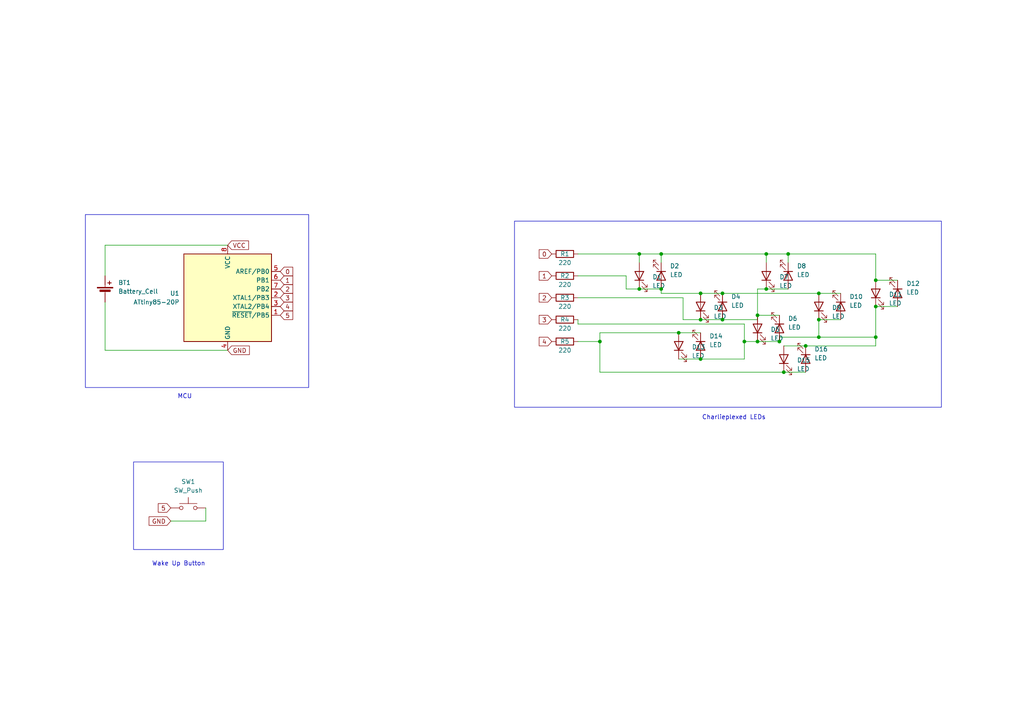
<source format=kicad_sch>
(kicad_sch (version 20231120) (generator "eeschema") (generator_version "8.0")
  (paper "A4")
  (lib_symbols
    (symbol "Device:Battery_Cell" (pin_numbers hide) (pin_names (offset 0) hide)
      (property "Reference" "BT" (at 2.54 2.54 0))
      (property "Value" "Battery_Cell" (at 2.54 0 0))
      (symbol "Battery_Cell_0_1"
        (rectangle (start -2.286 1.778) (end 2.286 1.524) (fill (type outline)))
        (rectangle (start -1.524 1.016) (end 1.524 0.508) (fill (type outline)))
        (polyline (pts (xy 0 0.762) (xy 0 0)))
        (polyline (pts (xy 0 1.778) (xy 0 2.54)))
        (polyline (pts (xy 0.762 3.048) (xy 1.778 3.048)) (stroke (width 0.254)))
        (polyline (pts (xy 1.27 3.556) (xy 1.27 2.54)) (stroke (width 0.254)))
      )
      (symbol "Battery_Cell_1_1"
        (pin passive line (at 0 5.08 270) (length 2.54) (name "+") (number "1"))
        (pin passive line (at 0 -2.54 90) (length 2.54) (name "-") (number "2"))
      )
    )
    (symbol "Device:LED" (pin_numbers hide) (pin_names (offset 1.016) hide)
      (property "Reference" "D" (at 0 2.54 0))
      (property "Value" "LED" (at 0 -2.54 0))
      (symbol "LED_0_1"
        (polyline (pts (xy -1.27 -1.27) (xy -1.27 1.27)) (stroke (width 0.254)))
        (polyline (pts (xy -1.27 0) (xy 1.27 0)))
        (polyline (pts (xy 1.27 -1.27) (xy 1.27 1.27) (xy -1.27 0) (xy 1.27 -1.27)) (stroke (width 0.254)))
        (polyline (pts (xy -3.048 -0.762) (xy -4.572 -2.286) (xy -3.81 -2.286) (xy -4.572 -2.286) (xy -4.572 -1.524)))
        (polyline (pts (xy -1.778 -0.762) (xy -3.302 -2.286) (xy -2.54 -2.286) (xy -3.302 -2.286) (xy -3.302 -1.524)))
      )
      (symbol "LED_1_1"
        (pin passive line (at -3.81 0 0) (length 2.54) (name "K") (number "1"))
        (pin passive line (at 3.81 0 180) (length 2.54) (name "A") (number "2"))
      )
    )
    (symbol "Device:R" (pin_numbers hide) (pin_names (offset 0))
      (property "Reference" "R" (at 2.032 0 90))
      (property "Value" "R" (at 0 0 90))
      (symbol "R_0_1"
        (rectangle (start -1.016 -2.54) (end 1.016 2.54) (stroke (width 0.254)))
      )
      (symbol "R_1_1"
        (pin passive line (at 0 3.81 270) (length 1.27) (name "~") (number "1"))
        (pin passive line (at 0 -3.81 90) (length 1.27) (name "~") (number "2"))
      )
    )
    (symbol "MCU_Microchip_ATtiny:ATtiny85-20P"
      (property "Reference" "U" (at -12.7 13.97 0))
      (property "Value" "ATtiny85-20P" (at 2.54 -13.97 0))
      (symbol "ATtiny85-20P_0_1"
        (rectangle (start -12.7 -12.7) (end 12.7 12.7) (stroke (width 0.254)) (fill (type background)))
      )
      (symbol "ATtiny85-20P_1_1"
        (pin bidirectional line (at 15.24 -5.08 180) (length 2.54) (name "~{RESET}/PB5") (number "1"))
        (pin bidirectional line (at 15.24 0 180) (length 2.54) (name "XTAL1/PB3") (number "2"))
        (pin bidirectional line (at 15.24 -2.54 180) (length 2.54) (name "XTAL2/PB4") (number "3"))
        (pin power_in line (at 0 -15.24 90) (length 2.54) (name "GND") (number "4"))
        (pin bidirectional line (at 15.24 7.62 180) (length 2.54) (name "AREF/PB0") (number "5"))
        (pin bidirectional line (at 15.24 5.08 180) (length 2.54) (name "PB1") (number "6"))
        (pin bidirectional line (at 15.24 2.54 180) (length 2.54) (name "PB2") (number "7"))
        (pin power_in line (at 0 15.24 270) (length 2.54) (name "VCC") (number "8"))
      )
    )
    (symbol "Switch:SW_Push" (pin_numbers hide) (pin_names (offset 1.016) hide)
      (property "Reference" "SW" (at 1.27 2.54 0))
      (property "Value" "SW_Push" (at 0 -1.524 0))
      (symbol "SW_Push_0_1"
        (circle (center -2.032 0) (radius 0.508))
        (polyline (pts (xy 0 1.27) (xy 0 3.048)))
        (polyline (pts (xy 2.54 1.27) (xy -2.54 1.27)))
        (circle (center 2.032 0) (radius 0.508))
        (pin passive line (at -5.08 0 0) (length 2.54) (name "1") (number "1"))
        (pin passive line (at 5.08 0 180) (length 2.54) (name "2") (number "2"))
      )
    )
  )
  (junction (at 227.33 107.95))
  (junction (at 254 81.28))
  (junction (at 254 97.79))
  (junction (at 237.49 92.71))
  (junction (at 237.49 97.79))
  (junction (at 209.55 85.09))
  (junction (at 222.25 83.82))
  (junction (at 254 88.9))
  (junction (at 203.2 85.09))
  (junction (at 233.68 100.33))
  (junction (at 185.42 73.66))
  (junction (at 222.25 73.66))
  (junction (at 191.77 83.82))
  (junction (at 185.42 83.82))
  (junction (at 196.85 96.52))
  (junction (at 203.2 92.71))
  (junction (at 219.71 99.06))
  (junction (at 203.2 104.14))
  (junction (at 228.6 73.66))
  (junction (at 191.77 73.66))
  (junction (at 173.99 99.06))
  (junction (at 215.9 99.06))
  (junction (at 237.49 85.09))
  (junction (at 219.71 91.44))
  (junction (at 209.55 92.71))
  (junction (at 226.06 99.06))
  (wire (pts (xy 30.48 87.63) (xy 30.48 101.6)))
  (wire (pts (xy 233.68 100.33) (xy 227.33 100.33)))
  (wire (pts (xy 198.12 86.36) (xy 198.12 92.71)))
  (wire (pts (xy 219.71 92.71) (xy 219.71 91.44)))
  (wire (pts (xy 222.25 73.66) (xy 222.25 76.2)))
  (wire (pts (xy 226.06 97.79) (xy 237.49 97.79)))
  (wire (pts (xy 237.49 85.09) (xy 243.84 85.09)))
  (wire (pts (xy 185.42 73.66) (xy 185.42 76.2)))
  (wire (pts (xy 167.64 86.36) (xy 198.12 86.36)))
  (wire (pts (xy 167.64 99.06) (xy 173.99 99.06)))
  (wire (pts (xy 227.33 107.95) (xy 233.68 107.95)))
  (wire (pts (xy 237.49 92.71) (xy 243.84 92.71)))
  (wire (pts (xy 254 97.79) (xy 254 88.9)))
  (wire (pts (xy 215.9 99.06) (xy 219.71 99.06)))
  (wire (pts (xy 219.71 99.06) (xy 226.06 99.06)))
  (wire (pts (xy 173.99 107.95) (xy 227.33 107.95)))
  (wire (pts (xy 237.49 97.79) (xy 254 97.79)))
  (wire (pts (xy 167.64 80.01) (xy 181.61 80.01)))
  (wire (pts (xy 203.2 85.09) (xy 209.55 85.09)))
  (wire (pts (xy 30.48 101.6) (xy 66.04 101.6)))
  (wire (pts (xy 209.55 85.09) (xy 237.49 85.09)))
  (wire (pts (xy 219.71 91.44) (xy 226.06 91.44)))
  (wire (pts (xy 254 73.66) (xy 254 81.28)))
  (wire (pts (xy 209.55 92.71) (xy 219.71 92.71)))
  (wire (pts (xy 173.99 96.52) (xy 173.99 99.06)))
  (wire (pts (xy 167.64 93.98) (xy 215.9 93.98)))
  (wire (pts (xy 167.64 73.66) (xy 185.42 73.66)))
  (wire (pts (xy 215.9 93.98) (xy 215.9 99.06)))
  (wire (pts (xy 196.85 96.52) (xy 203.2 96.52)))
  (wire (pts (xy 203.2 92.71) (xy 209.55 92.71)))
  (wire (pts (xy 237.49 97.79) (xy 237.49 92.71)))
  (wire (pts (xy 191.77 85.09) (xy 203.2 85.09)))
  (wire (pts (xy 228.6 73.66) (xy 254 73.66)))
  (wire (pts (xy 254 97.79) (xy 254 100.33)))
  (wire (pts (xy 181.61 80.01) (xy 181.61 83.82)))
  (wire (pts (xy 254 88.9) (xy 260.35 88.9)))
  (wire (pts (xy 254 100.33) (xy 233.68 100.33)))
  (wire (pts (xy 49.53 151.13) (xy 59.69 151.13)))
  (wire (pts (xy 222.25 73.66) (xy 228.6 73.66)))
  (wire (pts (xy 30.48 71.12) (xy 66.04 71.12)))
  (wire (pts (xy 191.77 85.09) (xy 191.77 83.82)))
  (wire (pts (xy 191.77 73.66) (xy 222.25 73.66)))
  (wire (pts (xy 185.42 83.82) (xy 191.77 83.82)))
  (wire (pts (xy 173.99 96.52) (xy 196.85 96.52)))
  (wire (pts (xy 191.77 73.66) (xy 191.77 76.2)))
  (wire (pts (xy 254 81.28) (xy 260.35 81.28)))
  (wire (pts (xy 196.85 104.14) (xy 203.2 104.14)))
  (wire (pts (xy 59.69 151.13) (xy 59.69 147.32)))
  (wire (pts (xy 203.2 104.14) (xy 215.9 104.14)))
  (wire (pts (xy 226.06 99.06) (xy 226.06 97.79)))
  (wire (pts (xy 219.71 83.82) (xy 222.25 83.82)))
  (wire (pts (xy 219.71 91.44) (xy 219.71 83.82)))
  (wire (pts (xy 215.9 104.14) (xy 215.9 99.06)))
  (wire (pts (xy 185.42 73.66) (xy 191.77 73.66)))
  (wire (pts (xy 173.99 99.06) (xy 173.99 107.95)))
  (wire (pts (xy 167.64 93.98) (xy 167.64 92.71)))
  (wire (pts (xy 30.48 80.01) (xy 30.48 71.12)))
  (wire (pts (xy 228.6 73.66) (xy 228.6 76.2)))
  (wire (pts (xy 198.12 92.71) (xy 203.2 92.71)))
  (wire (pts (xy 222.25 83.82) (xy 228.6 83.82)))
  (wire (pts (xy 181.61 83.82) (xy 185.42 83.82)))
  (rectangle (start 38.735 133.985) (end 64.77 159.385))
  (rectangle (start 149.225 64.135) (end 273.05 118.11))
  (rectangle (start 24.765 62.23) (end 89.535 112.395))
  (text "Wake Up Button\n" (at 51.816 163.576 0) (effects (font (size 1.27 1.27))))
  (text "MCU" (at 53.594 115.062 0) (effects (font (size 1.27 1.27))))
  (text "Charlieplexed LEDs\n" (at 212.852 121.158 0) (effects (font (size 1.27 1.27))))
  (global_label "3" (shape input) (at 160.02 92.71 180) (property "Intersheetrefs" "${INTERSHEET_REFS}" (effects (hide yes))))
  (global_label "5" (shape input) (at 81.28 91.44 0) (property "Intersheetrefs" "${INTERSHEET_REFS}" (effects (hide yes))))
  (global_label "3" (shape input) (at 81.28 86.36 0) (property "Intersheetrefs" "${INTERSHEET_REFS}" (effects (hide yes))))
  (global_label "2" (shape input) (at 160.02 86.36 180) (property "Intersheetrefs" "${INTERSHEET_REFS}" (effects (hide yes))))
  (global_label "VCC" (shape input) (at 66.04 71.12 0) (property "Intersheetrefs" "${INTERSHEET_REFS}" (effects (hide yes))))
  (global_label "GND" (shape input) (at 49.53 151.13 180) (property "Intersheetrefs" "${INTERSHEET_REFS}" (effects (hide yes))))
  (global_label "4" (shape input) (at 81.28 88.9 0) (property "Intersheetrefs" "${INTERSHEET_REFS}" (effects (hide yes))))
  (global_label "1" (shape input) (at 160.02 80.01 180) (property "Intersheetrefs" "${INTERSHEET_REFS}" (effects (hide yes))))
  (global_label "1" (shape input) (at 81.28 81.28 0) (property "Intersheetrefs" "${INTERSHEET_REFS}" (effects (hide yes))))
  (global_label "2" (shape input) (at 81.28 83.82 0) (property "Intersheetrefs" "${INTERSHEET_REFS}" (effects (hide yes))))
  (global_label "5" (shape input) (at 49.53 147.32 180) (property "Intersheetrefs" "${INTERSHEET_REFS}" (effects (hide yes))))
  (global_label "0" (shape input) (at 160.02 73.66 180) (property "Intersheetrefs" "${INTERSHEET_REFS}" (effects (hide yes))))
  (global_label "4" (shape input) (at 160.02 99.06 180) (property "Intersheetrefs" "${INTERSHEET_REFS}" (effects (hide yes))))
  (global_label "0" (shape input) (at 81.28 78.74 0) (property "Intersheetrefs" "${INTERSHEET_REFS}" (effects (hide yes))))
  (global_label "GND" (shape input) (at 66.04 101.6 0) (property "Intersheetrefs" "${INTERSHEET_REFS}" (effects (hide yes))))
  (symbol (lib_id "Device:R") (at 163.83 80.01 90) (unit 1)
    (property "Reference" "R2" (at 163.83 80.01 90))
    (property "Value" "220" (at 163.83 82.55 90))
    (property "Description" "Resistor" (effects (hide yes)))
  )
  (symbol (lib_id "Device:LED") (at 227.33 104.14 90) (unit 1)
    (property "Reference" "D15" (at 231.14 104.4574 90) (effects (justify right)))
    (property "Value" "LED" (at 231.14 106.9974 90) (effects (justify right)))
    (property "Description" "Light emitting diode" (effects (hide yes)))
  )
  (symbol (lib_id "Device:LED") (at 260.35 85.09 270) (unit 1)
    (property "Reference" "D12" (at 262.89 82.2324 90) (effects (justify left)))
    (property "Value" "LED" (at 262.89 84.7724 90) (effects (justify left)))
    (property "Description" "Light emitting diode" (effects (hide yes)))
  )
  (symbol (lib_id "Device:LED") (at 185.42 80.01 90) (unit 1)
    (property "Reference" "D1" (at 189.23 80.3274 90) (effects (justify right)))
    (property "Value" "LED" (at 189.23 82.8674 90) (effects (justify right)))
    (property "Description" "Light emitting diode" (effects (hide yes)))
  )
  (symbol (lib_id "Device:LED") (at 228.6 80.01 270) (unit 1)
    (property "Reference" "D8" (at 231.14 77.1524 90) (effects (justify left)))
    (property "Value" "LED" (at 231.14 79.6924 90) (effects (justify left)))
    (property "Description" "Light emitting diode" (effects (hide yes)))
  )
  (symbol (lib_id "Device:LED") (at 196.85 100.33 90) (unit 1)
    (property "Reference" "D13" (at 200.66 100.6474 90) (effects (justify right)))
    (property "Value" "LED" (at 200.66 103.1874 90) (effects (justify right)))
    (property "Description" "Light emitting diode" (effects (hide yes)))
  )
  (symbol (lib_id "Device:Battery_Cell") (at 30.48 85.09 0) (unit 1)
    (property "Reference" "BT1" (at 34.29 81.9784 0) (effects (justify left)))
    (property "Value" "Battery_Cell" (at 34.29 84.5184 0) (effects (justify left)))
    (property "Description" "Single-cell battery" (effects (hide yes)))
  )
  (symbol (lib_id "Device:LED") (at 254 85.09 90) (unit 1)
    (property "Reference" "D11" (at 257.81 85.4074 90) (effects (justify right)))
    (property "Value" "LED" (at 257.81 87.9474 90) (effects (justify right)))
    (property "Description" "Light emitting diode" (effects (hide yes)))
  )
  (symbol (lib_id "Device:LED") (at 203.2 88.9 90) (unit 1)
    (property "Reference" "D3" (at 207.01 89.2174 90) (effects (justify right)))
    (property "Value" "LED" (at 207.01 91.7574 90) (effects (justify right)))
    (property "Description" "Light emitting diode" (effects (hide yes)))
  )
  (symbol (lib_id "Device:LED") (at 222.25 80.01 90) (unit 1)
    (property "Reference" "D7" (at 226.06 80.3274 90) (effects (justify right)))
    (property "Value" "LED" (at 226.06 82.8674 90) (effects (justify right)))
    (property "Description" "Light emitting diode" (effects (hide yes)))
  )
  (symbol (lib_id "Device:LED") (at 237.49 88.9 90) (unit 1)
    (property "Reference" "D9" (at 241.3 89.2174 90) (effects (justify right)))
    (property "Value" "LED" (at 241.3 91.7574 90) (effects (justify right)))
    (property "Description" "Light emitting diode" (effects (hide yes)))
  )
  (symbol (lib_id "Device:LED") (at 209.55 88.9 270) (unit 1)
    (property "Reference" "D4" (at 212.09 86.0424 90) (effects (justify left)))
    (property "Value" "LED" (at 212.09 88.5824 90) (effects (justify left)))
    (property "Description" "Light emitting diode" (effects (hide yes)))
  )
  (symbol (lib_id "Switch:SW_Push") (at 54.61 147.32 0) (unit 1)
    (property "Reference" "SW1" (at 54.61 139.7 0))
    (property "Value" "SW_Push" (at 54.61 142.24 0))
    (property "Description" "Push button switch, generic, two pins" (effects (hide yes)))
  )
  (symbol (lib_id "Device:LED") (at 226.06 95.25 270) (unit 1)
    (property "Reference" "D6" (at 228.6 92.3924 90) (effects (justify left)))
    (property "Value" "LED" (at 228.6 94.9324 90) (effects (justify left)))
    (property "Description" "Light emitting diode" (effects (hide yes)))
  )
  (symbol (lib_id "Device:R") (at 163.83 86.36 90) (unit 1)
    (property "Reference" "R3" (at 163.83 86.36 90))
    (property "Value" "220" (at 163.83 88.9 90))
    (property "Description" "Resistor" (effects (hide yes)))
  )
  (symbol (lib_id "Device:LED") (at 233.68 104.14 270) (unit 1)
    (property "Reference" "D16" (at 236.22 101.2824 90) (effects (justify left)))
    (property "Value" "LED" (at 236.22 103.8224 90) (effects (justify left)))
    (property "Description" "Light emitting diode" (effects (hide yes)))
  )
  (symbol (lib_id "Device:R") (at 163.83 73.66 90) (unit 1)
    (property "Reference" "R1" (at 163.83 73.66 90))
    (property "Value" "220" (at 163.83 76.2 90))
    (property "Description" "Resistor" (effects (hide yes)))
  )
  (symbol (lib_id "Device:LED") (at 219.71 95.25 90) (unit 1)
    (property "Reference" "D5" (at 223.52 95.5674 90) (effects (justify right)))
    (property "Value" "LED" (at 223.52 98.1074 90) (effects (justify right)))
    (property "Description" "Light emitting diode" (effects (hide yes)))
  )
  (symbol (lib_id "Device:R") (at 163.83 99.06 90) (unit 1)
    (property "Reference" "R5" (at 163.83 99.06 90))
    (property "Value" "220" (at 163.83 101.6 90))
    (property "Description" "Resistor" (effects (hide yes)))
  )
  (symbol (lib_id "MCU_Microchip_ATtiny:ATtiny85-20P") (at 66.04 86.36 0) (unit 1)
    (property "Reference" "U1" (at 52.07 85.0899 0) (effects (justify right)))
    (property "Value" "ATtiny85-20P" (at 52.07 87.6299 0) (effects (justify right)))
    (property "Footprint" "Package_DIP:DIP-8_W7.62mm" (effects (hide yes)))
    (property "Datasheet" "http://ww1.microchip.com/downloads/en/DeviceDoc/atmel-2586-avr-8-bit-microcontroller-attiny25-attiny45-attiny85_datasheet.pdf" (effects (hide yes)))
    (property "Description" "20MHz, 8kB Flash, 512B SRAM, 512B EEPROM, debugWIRE, DIP-8" (effects (hide yes)))
  )
  (symbol (lib_id "Device:LED") (at 243.84 88.9 270) (unit 1)
    (property "Reference" "D10" (at 246.38 86.0424 90) (effects (justify left)))
    (property "Value" "LED" (at 246.38 88.5824 90) (effects (justify left)))
    (property "Description" "Light emitting diode" (effects (hide yes)))
  )
  (symbol (lib_id "Device:R") (at 163.83 92.71 90) (unit 1)
    (property "Reference" "R4" (at 163.83 92.71 90))
    (property "Value" "220" (at 163.83 95.25 90))
    (property "Description" "Resistor" (effects (hide yes)))
  )
  (symbol (lib_id "Device:LED") (at 203.2 100.33 270) (unit 1)
    (property "Reference" "D14" (at 205.74 97.4724 90) (effects (justify left)))
    (property "Value" "LED" (at 205.74 100.0124 90) (effects (justify left)))
    (property "Description" "Light emitting diode" (effects (hide yes)))
  )
  (symbol (lib_id "Device:LED") (at 191.77 80.01 270) (unit 1)
    (property "Reference" "D2" (at 194.31 77.1524 90) (effects (justify left)))
    (property "Value" "LED" (at 194.31 79.6924 90) (effects (justify left)))
    (property "Description" "Light emitting diode" (effects (hide yes)))
  )
)
</source>
